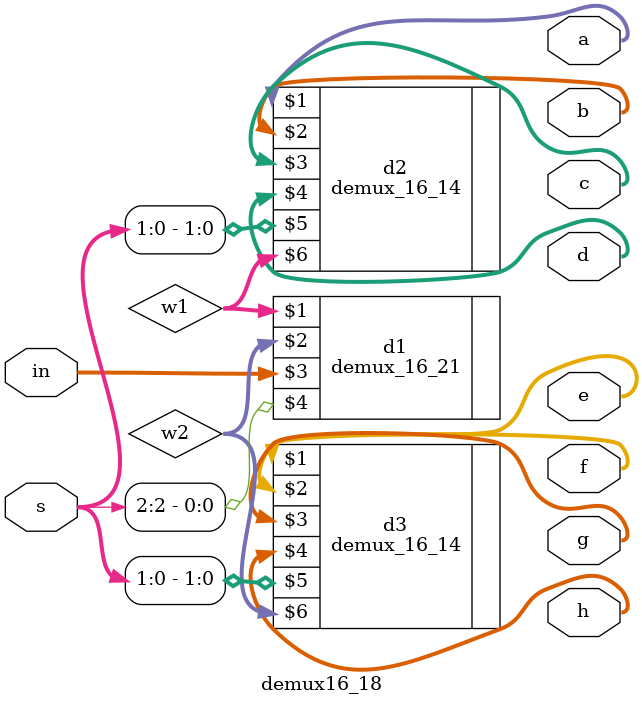
<source format=v>
`timescale 1ns / 1ps
module demux16_18(a,b,c,d,e,f,g,h,s,in);
input [15:0]in; input [2:0]s;
output [15:0]a,b,c,d,e,f,g,h;
wire [15:0]w1,w2;

demux_16_21 d1 (w1,w2,in,s[2]);
demux_16_14 d2 (a,b,c,d,s[1:0],w1);
demux_16_14 d3 (e,f,g,h,s[1:0],w2);

endmodule

</source>
